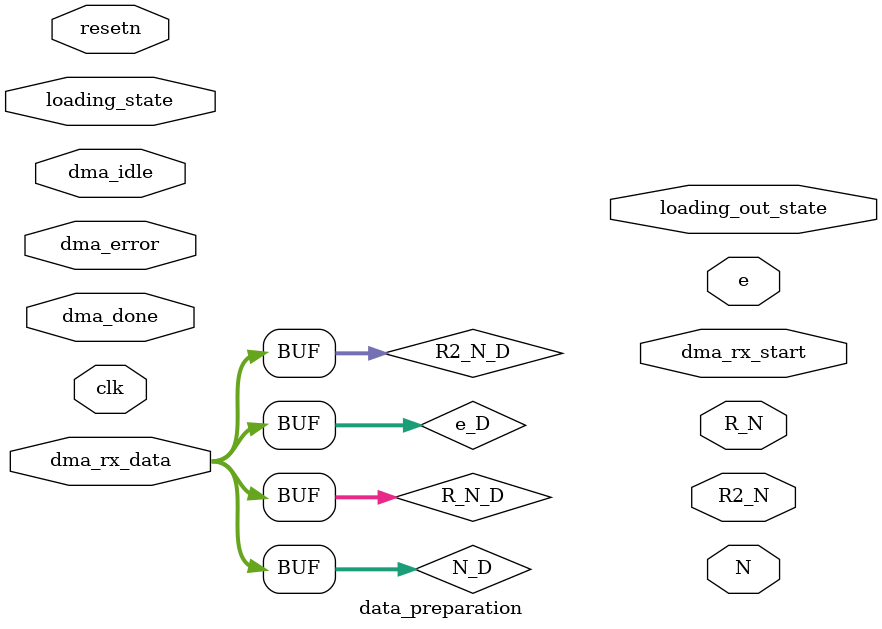
<source format=v>
`timescale 1ns / 1ps


module data_preparation(
    input  wire          clk,
    input  wire          resetn,
    
    // my signals
    input  wire [31:0]   loading_state,
    output wire [1023:0] N,
    output wire [1023:0] e,
    output wire [1023:0] R_N,
    output wire [1023:0] R2_N,
    
    output reg  [31:0]   loading_out_state,

    // dma signals
    input  wire [1023:0] dma_rx_data,     
    output reg           dma_rx_start,     
    input  wire          dma_done,
    input  wire          dma_idle,
    input  wire          dma_error
    );
    
    reg N_en;
    reg e_en;
    reg R_N_en;
    reg R2_N_en;
    
    // registers definition
    // N
    wire [1023:0] N_D;
    reg [1023:0] N_Q;
    always @(posedge clk) begin
        if(N_en)
            N_Q <= N_D;
    end
    
    // e
    wire [1023:0] e_D;
    reg [1023:0] e_Q;
    always @(posedge clk) begin
        if(e_en)
            e_Q <= e_D;
    end
    
    // R_N
    wire [1023:0] R_N_D;
    reg [1023:0] R_N_Q;
    always @(posedge clk) begin
        if(R_N_en)
            R_N_Q <= R_N_D;
    end
    
    // R2_N
    wire [1023:0] R2_N_D;
    reg [1023:0] R2_N_Q;
    always @(posedge clk) begin
        if(R2_N_en)
            R2_N_Q <= R2_N_D;
    end
    
    assign N_D    = dma_rx_data;
    assign e_D    = dma_rx_data;
    assign R_N_D  = dma_rx_data;
    assign R2_N_D = dma_rx_data;
    
    // FSM based on the loading state
    always @(*) begin
        if(dma_done) begin // done so the data is loaded in dma_rx_data
            case(loading_state)
                8'b00001001 : begin
                    N_en <= 1'b1;
                    e_en <= 1'b0;
                    R_N_en <= 1'b0;
                    R2_N_en <= 1'b0;
                end
                8'b00001010 : begin
                    N_en <= 1'b0;
                    e_en <= 1'b1;
                    R_N_en <= 1'b0;
                    R2_N_en <= 1'b0;
                end
                8'b00001011 : begin
                    N_en <= 1'b0;
                    e_en <= 1'b0;
                    R_N_en <= 1'b1;
                    R2_N_en <= 1'b0;
                end 
                8'b00001100 : begin
                    N_en <= 1'b0;
                    e_en <= 1'b0;
                    R_N_en <= 1'b0;
                    R2_N_en <= 1'b1;
                end
                default : begin
                    N_en <= 1'b0;
                    e_en <= 1'b0;
                    R_N_en <= 1'b0;
                    R2_N_en <= 1'b0;                
                end   
            endcase
        end else begin
            N_en <= 1'b0;
            e_en <= 1'b0;
            R_N_en <= 1'b0;
            R2_N_en <= 1'b0;
        end
    end
    
endmodule

</source>
